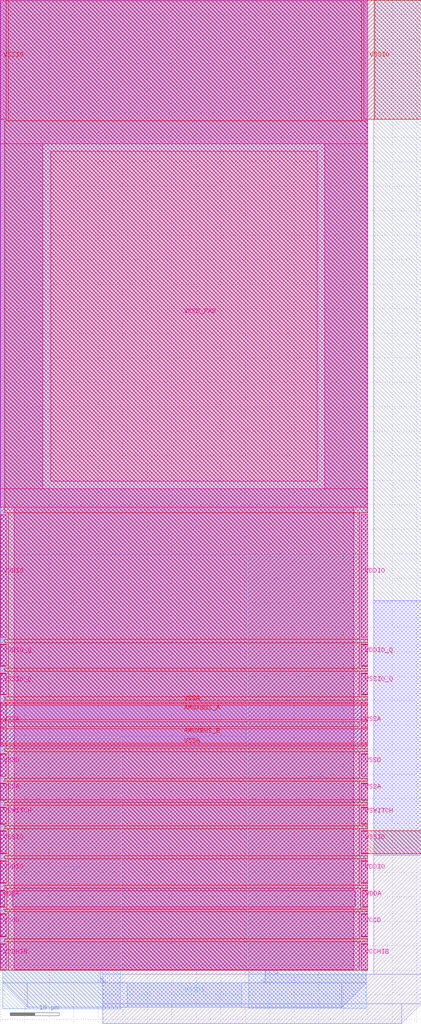
<source format=lef>
VERSION 5.7 ;
  NOWIREEXTENSIONATPIN ON ;
  DIVIDERCHAR "/" ;
  BUSBITCHARS "[]" ;
MACRO sky130_ef_io__vccd_lvc_clamped3_pad
  CLASS PAD POWER ;
  FOREIGN sky130_ef_io__vccd_lvc_clamped3_pad ;
  ORIGIN 0.000 0.000 ;
  SIZE 75.000 BY 197.965 ;
  PIN AMUXBUS_A
    DIRECTION INOUT ;
    USE SIGNAL ;
    PORT
      LAYER met4 ;
        RECT 0.000 51.090 75.000 54.070 ;
    END
  END AMUXBUS_A
  PIN AMUXBUS_B
    DIRECTION INOUT ;
    USE SIGNAL ;
    PORT
      LAYER met4 ;
        RECT 0.000 46.330 75.000 49.310 ;
    END
  END AMUXBUS_B
  PIN VCCD_PAD
    DIRECTION INOUT ;
    USE POWER ;
    PORT
      LAYER met5 ;
        RECT 10.270 99.865 64.670 167.130 ;
    END
  END VCCD_PAD
  PIN VSSA
    DIRECTION INOUT ;
    USE GROUND ;
    PORT
      LAYER met5 ;
        RECT 73.730 45.700 75.000 54.700 ;
    END
    PORT
      LAYER met5 ;
        RECT 73.730 34.805 75.000 38.050 ;
    END
    PORT
      LAYER met5 ;
        RECT 0.000 45.700 1.270 54.700 ;
    END
    PORT
      LAYER met5 ;
        RECT 0.000 34.805 1.270 38.050 ;
    END
    PORT
      LAYER met4 ;
        RECT 73.730 49.610 75.000 50.790 ;
    END
    PORT
      LAYER met4 ;
        RECT 0.000 54.370 75.000 54.700 ;
    END
    PORT
      LAYER met4 ;
        RECT 0.000 45.700 75.000 46.030 ;
    END
    PORT
      LAYER met4 ;
        RECT 73.730 34.700 75.000 38.150 ;
    END
    PORT
      LAYER met4 ;
        RECT 0.000 49.610 1.270 50.790 ;
    END
    PORT
      LAYER met4 ;
        RECT 0.000 34.700 1.270 38.150 ;
    END
  END VSSA
  PIN VDDA
    DIRECTION INOUT ;
    USE POWER ;
    PORT
      LAYER met5 ;
        RECT 74.035 13.000 75.000 16.250 ;
    END
    PORT
      LAYER met5 ;
        RECT 0.000 13.000 0.965 16.250 ;
    END
    PORT
      LAYER met4 ;
        RECT 74.035 12.900 75.000 16.350 ;
    END
    PORT
      LAYER met4 ;
        RECT 0.000 12.900 0.965 16.350 ;
    END
  END VDDA
  PIN VSWITCH
    DIRECTION INOUT ;
    USE POWER ;
    PORT
      LAYER met5 ;
        RECT 73.730 29.950 75.000 33.200 ;
    END
    PORT
      LAYER met5 ;
        RECT 0.000 29.950 1.270 33.200 ;
    END
    PORT
      LAYER met4 ;
        RECT 73.730 29.850 75.000 33.300 ;
    END
    PORT
      LAYER met4 ;
        RECT 0.000 29.850 1.270 33.300 ;
    END
  END VSWITCH
  PIN VDDIO_Q
    DIRECTION INOUT ;
    USE POWER ;
    PORT
      LAYER met5 ;
        RECT 73.730 62.150 75.000 66.400 ;
    END
    PORT
      LAYER met5 ;
        RECT 0.000 62.150 1.270 66.400 ;
    END
    PORT
      LAYER met4 ;
        RECT 73.730 62.050 75.000 66.500 ;
    END
    PORT
      LAYER met4 ;
        RECT 0.000 62.050 1.270 66.500 ;
    END
  END VDDIO_Q
  PIN VCCHIB
    DIRECTION INOUT ;
    USE POWER ;
    PORT
      LAYER met5 ;
        RECT 73.730 0.100 75.000 5.350 ;
    END
    PORT
      LAYER met5 ;
        RECT 0.000 0.100 1.270 5.350 ;
    END
    PORT
      LAYER met4 ;
        RECT 73.730 0.000 75.000 5.450 ;
    END
    PORT
      LAYER met4 ;
        RECT 0.000 0.000 1.270 5.450 ;
    END
  END VCCHIB
  PIN VDDIO
    DIRECTION INOUT ;
    USE POWER ;
    PORT
      LAYER met5 ;
        RECT 73.730 68.000 75.000 92.950 ;
    END
    PORT
      LAYER met5 ;
        RECT 73.730 17.850 75.000 22.300 ;
    END
    PORT
      LAYER met5 ;
        RECT 0.000 68.000 1.270 92.950 ;
    END
    PORT
      LAYER met5 ;
        RECT 0.000 17.850 1.270 22.300 ;
    END
    PORT
      LAYER met4 ;
        RECT 73.730 17.750 75.000 22.400 ;
    END
    PORT
      LAYER met4 ;
        RECT 73.730 68.000 75.000 92.965 ;
    END
    PORT
      LAYER met4 ;
        RECT 0.000 17.750 1.270 22.400 ;
    END
    PORT
      LAYER met4 ;
        RECT 0.000 68.000 1.270 92.965 ;
    END
  END VDDIO
  PIN VCCD
    DIRECTION INOUT ;
    USE POWER ;
    PORT
      LAYER met5 ;
        RECT 73.730 6.950 75.000 11.400 ;
    END
    PORT
      LAYER met5 ;
        RECT 0.000 6.950 1.270 11.400 ;
    END
    PORT
      LAYER met4 ;
        RECT 73.730 6.850 75.000 11.500 ;
    END
    PORT
      LAYER met4 ;
        RECT 0.000 6.850 1.270 11.500 ;
    END
  END VCCD
  PIN VSSIO
    DIRECTION INOUT ;
    USE GROUND ;
    PORT
      LAYER met4 ;
        RECT 74.225 173.750 76.470 197.965 ;
    END
    PORT
      LAYER met4 ;
        RECT 0.000 173.750 1.205 197.965 ;
    END
    PORT
      LAYER met5 ;
        RECT 73.730 23.900 75.000 28.350 ;
    END
    PORT
      LAYER met5 ;
        RECT 0.000 23.900 1.270 28.350 ;
    END
    PORT
      LAYER met4 ;
        RECT 73.730 23.800 75.000 28.450 ;
    END
    PORT
      LAYER met4 ;
        RECT 0.000 23.800 1.270 28.450 ;
    END
  END VSSIO
  PIN VSSD
    DIRECTION INOUT ;
    USE GROUND ;
    PORT
      LAYER met5 ;
        RECT 73.730 39.650 75.000 44.100 ;
    END
    PORT
      LAYER met5 ;
        RECT 0.000 39.650 1.270 44.100 ;
    END
    PORT
      LAYER met4 ;
        RECT 73.730 39.550 75.000 44.200 ;
    END
    PORT
      LAYER met4 ;
        RECT 0.000 39.550 1.270 44.200 ;
    END
  END VSSD
  PIN VSSIO_Q
    DIRECTION INOUT ;
    USE GROUND ;
    PORT
      LAYER met5 ;
        RECT 73.730 56.300 75.000 60.550 ;
    END
    PORT
      LAYER met5 ;
        RECT 0.000 56.300 1.270 60.550 ;
    END
    PORT
      LAYER met4 ;
        RECT 73.730 56.200 75.000 60.650 ;
    END
    PORT
      LAYER met4 ;
        RECT 0.000 56.200 1.270 60.650 ;
    END
  END VSSIO_Q
  PIN VCCD1
    DIRECTION INOUT ;
    USE POWER ;
    PORT
      LAYER met3 ;
        RECT 0.500 -7.830 24.500 47.345 ;
    END
    PORT
      LAYER met3 ;
        RECT 50.755 -7.710 74.700 84.430 ;
    END
  END VCCD1
  PIN VSSD1
    DIRECTION INOUT ;
    USE GROUND ;
    PORT
      LAYER met3 ;
        RECT 25.950 -7.530 49.260 -2.510 ;
    END
  END VSSD1
  OBS
      LAYER li1 ;
        RECT 0.240 0.985 74.755 197.745 ;
      LAYER met1 ;
        RECT 0.120 0.000 75.000 197.805 ;
        RECT 16.655 -0.035 56.565 0.000 ;
        RECT 20.925 -0.780 56.565 -0.035 ;
        RECT 76.200 -0.780 85.935 75.385 ;
        RECT 20.925 -6.885 85.935 -0.780 ;
        RECT 20.925 -10.885 81.935 -6.885 ;
        POLYGON 81.935 -6.885 85.935 -6.885 81.935 -10.885 ;
      LAYER met2 ;
        RECT 0.490 0.000 75.000 197.965 ;
        RECT 76.200 23.425 85.935 197.965 ;
        RECT 0.490 -2.510 20.495 0.000 ;
        RECT 20.925 -0.035 53.535 0.000 ;
        POLYGON 20.495 -1.510 21.495 -2.510 20.495 -2.510 ;
        POLYGON 54.095 -1.510 54.095 -2.510 53.095 -2.510 ;
        RECT 54.095 -2.510 74.700 0.000 ;
        RECT 0.490 -2.560 74.700 -2.510 ;
        POLYGON 0.490 -2.560 5.490 -2.560 5.490 -7.560 ;
        RECT 5.490 -7.560 69.700 -2.560 ;
        POLYGON 69.700 -2.560 74.700 -2.560 69.700 -7.560 ;
      LAYER met3 ;
        RECT 0.490 84.830 75.000 197.965 ;
        RECT 76.200 173.750 85.935 197.965 ;
        RECT 0.490 47.745 50.355 84.830 ;
        RECT 0.490 -7.830 0.500 4.310 ;
        RECT 24.900 0.000 50.355 47.745 ;
        RECT 76.200 23.800 85.935 28.450 ;
        RECT 26.000 -0.035 36.880 0.000 ;
        RECT 38.380 -0.035 49.255 0.000 ;
      LAYER met4 ;
        RECT 1.605 173.350 73.825 197.965 ;
        RECT 76.470 173.750 85.935 197.965 ;
        RECT 0.965 93.365 75.000 173.350 ;
        RECT 1.670 67.600 73.330 93.365 ;
        RECT 0.965 66.900 75.000 67.600 ;
        RECT 1.670 61.650 73.330 66.900 ;
        RECT 0.965 61.050 75.000 61.650 ;
        RECT 1.670 55.800 73.330 61.050 ;
        RECT 0.965 55.100 75.000 55.800 ;
        RECT 1.670 49.710 73.330 50.690 ;
        RECT 0.965 44.600 75.000 45.300 ;
        RECT 1.670 39.150 73.330 44.600 ;
        RECT 0.965 38.550 75.000 39.150 ;
        RECT 1.670 34.300 73.330 38.550 ;
        RECT 0.965 33.700 75.000 34.300 ;
        RECT 1.670 29.450 73.330 33.700 ;
        RECT 0.965 28.850 75.000 29.450 ;
        RECT 1.670 23.400 73.330 28.850 ;
        RECT 75.000 23.800 85.935 28.450 ;
        RECT 0.965 22.800 75.000 23.400 ;
        RECT 1.670 17.350 73.330 22.800 ;
        RECT 0.965 16.750 75.000 17.350 ;
        RECT 1.365 12.500 73.635 16.750 ;
        RECT 0.965 11.900 75.000 12.500 ;
        RECT 1.670 6.450 73.330 11.900 ;
        RECT 0.965 5.850 75.000 6.450 ;
        RECT 1.670 0.000 73.330 5.850 ;
      LAYER met5 ;
        RECT 0.000 168.730 75.000 197.965 ;
        RECT 0.000 98.265 8.670 168.730 ;
        RECT 66.270 98.265 75.000 168.730 ;
        RECT 0.000 94.550 75.000 98.265 ;
        RECT 2.870 34.805 72.130 94.550 ;
        RECT 0.000 34.800 75.000 34.805 ;
        RECT 2.870 16.250 72.130 34.800 ;
        RECT 2.565 13.000 72.435 16.250 ;
        RECT 2.870 0.100 72.130 13.000 ;
  END
END sky130_ef_io__vccd_lvc_clamped3_pad
END LIBRARY


</source>
